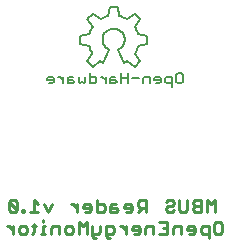
<source format=gbo>
G75*
%MOIN*%
%OFA0B0*%
%FSLAX24Y24*%
%IPPOS*%
%LPD*%
%AMOC8*
5,1,8,0,0,1.08239X$1,22.5*
%
%ADD10C,0.0100*%
%ADD11C,0.0060*%
D10*
X001530Y006430D02*
X001530Y006697D01*
X001530Y006563D02*
X001396Y006697D01*
X001329Y006697D01*
X001466Y007142D02*
X001600Y007142D01*
X001666Y007209D01*
X001399Y007476D01*
X001399Y007209D01*
X001466Y007142D01*
X001666Y007209D02*
X001666Y007476D01*
X001600Y007543D01*
X001466Y007543D01*
X001399Y007476D01*
X001830Y007209D02*
X001830Y007142D01*
X001897Y007142D01*
X001897Y007209D01*
X001830Y007209D01*
X001790Y006697D02*
X001923Y006697D01*
X001990Y006630D01*
X001990Y006496D01*
X001923Y006430D01*
X001790Y006430D01*
X001723Y006496D01*
X001723Y006630D01*
X001790Y006697D01*
X002090Y007142D02*
X002357Y007142D01*
X002537Y006897D02*
X002537Y006830D01*
X002537Y006697D02*
X002537Y006430D01*
X002604Y006430D02*
X002470Y006430D01*
X002537Y006697D02*
X002604Y006697D01*
X002797Y006630D02*
X002797Y006430D01*
X002797Y006630D02*
X002864Y006697D01*
X003064Y006697D01*
X003064Y006430D01*
X003258Y006496D02*
X003258Y006630D01*
X003324Y006697D01*
X003458Y006697D01*
X003525Y006630D01*
X003525Y006496D01*
X003458Y006430D01*
X003324Y006430D01*
X003258Y006496D01*
X003718Y006430D02*
X003718Y006830D01*
X003852Y006697D01*
X003985Y006830D01*
X003985Y006430D01*
X004179Y006430D02*
X004379Y006430D01*
X004445Y006496D01*
X004445Y006697D01*
X004639Y006697D02*
X004639Y006363D01*
X004706Y006296D01*
X004772Y006296D01*
X004839Y006430D02*
X004639Y006430D01*
X004839Y006430D02*
X004906Y006496D01*
X004906Y006630D01*
X004839Y006697D01*
X004639Y006697D01*
X004515Y007142D02*
X004582Y007209D01*
X004582Y007342D01*
X004515Y007409D01*
X004315Y007409D01*
X004315Y007543D02*
X004315Y007142D01*
X004515Y007142D01*
X004776Y007142D02*
X004976Y007142D01*
X005043Y007209D01*
X004976Y007276D01*
X004776Y007276D01*
X004776Y007342D02*
X004776Y007142D01*
X004776Y007342D02*
X004842Y007409D01*
X004976Y007409D01*
X005236Y007342D02*
X005236Y007276D01*
X005503Y007276D01*
X005503Y007342D02*
X005436Y007409D01*
X005303Y007409D01*
X005236Y007342D01*
X005303Y007142D02*
X005436Y007142D01*
X005503Y007209D01*
X005503Y007342D01*
X005696Y007342D02*
X005763Y007276D01*
X005963Y007276D01*
X005830Y007276D02*
X005696Y007142D01*
X005696Y007342D02*
X005696Y007476D01*
X005763Y007543D01*
X005963Y007543D01*
X005963Y007142D01*
X006010Y006697D02*
X005943Y006630D01*
X005943Y006430D01*
X005750Y006496D02*
X005750Y006630D01*
X005683Y006697D01*
X005550Y006697D01*
X005483Y006630D01*
X005483Y006563D01*
X005750Y006563D01*
X005750Y006496D02*
X005683Y006430D01*
X005550Y006430D01*
X005289Y006430D02*
X005289Y006697D01*
X005156Y006697D02*
X005289Y006563D01*
X005156Y006697D02*
X005089Y006697D01*
X004312Y006296D02*
X004245Y006296D01*
X004179Y006363D01*
X004179Y006697D01*
X004055Y007142D02*
X004122Y007209D01*
X004122Y007342D01*
X004055Y007409D01*
X003922Y007409D01*
X003855Y007342D01*
X003855Y007276D01*
X004122Y007276D01*
X004055Y007142D02*
X003922Y007142D01*
X003661Y007142D02*
X003661Y007409D01*
X003661Y007276D02*
X003528Y007409D01*
X003461Y007409D01*
X002817Y007409D02*
X002684Y007142D01*
X002550Y007409D01*
X002357Y007409D02*
X002223Y007543D01*
X002223Y007142D01*
X002230Y006763D02*
X002230Y006496D01*
X002163Y006430D01*
X002163Y006697D02*
X002297Y006697D01*
X006010Y006697D02*
X006210Y006697D01*
X006210Y006430D01*
X006404Y006430D02*
X006671Y006430D01*
X006671Y006830D01*
X006404Y006830D01*
X006537Y006630D02*
X006671Y006630D01*
X006864Y006630D02*
X006864Y006430D01*
X006864Y006630D02*
X006931Y006697D01*
X007131Y006697D01*
X007131Y006430D01*
X007325Y006563D02*
X007591Y006563D01*
X007591Y006496D02*
X007591Y006630D01*
X007525Y006697D01*
X007391Y006697D01*
X007325Y006630D01*
X007325Y006563D01*
X007391Y006430D02*
X007525Y006430D01*
X007591Y006496D01*
X007785Y006496D02*
X007852Y006430D01*
X008052Y006430D01*
X008052Y006296D02*
X008052Y006697D01*
X007852Y006697D01*
X007785Y006630D01*
X007785Y006496D01*
X007805Y007142D02*
X007605Y007142D01*
X007538Y007209D01*
X007538Y007276D01*
X007605Y007342D01*
X007805Y007342D01*
X007805Y007142D02*
X007805Y007543D01*
X007605Y007543D01*
X007538Y007476D01*
X007538Y007409D01*
X007605Y007342D01*
X007344Y007209D02*
X007278Y007142D01*
X007144Y007142D01*
X007078Y007209D01*
X007078Y007543D01*
X006884Y007476D02*
X006884Y007409D01*
X006817Y007342D01*
X006684Y007342D01*
X006617Y007276D01*
X006617Y007209D01*
X006684Y007142D01*
X006817Y007142D01*
X006884Y007209D01*
X006884Y007476D02*
X006817Y007543D01*
X006684Y007543D01*
X006617Y007476D01*
X007344Y007543D02*
X007344Y007209D01*
X007998Y007142D02*
X007998Y007543D01*
X008132Y007409D01*
X008265Y007543D01*
X008265Y007142D01*
X008312Y006830D02*
X008245Y006763D01*
X008245Y006496D01*
X008312Y006430D01*
X008445Y006430D01*
X008512Y006496D01*
X008512Y006763D01*
X008445Y006830D01*
X008312Y006830D01*
D11*
X006828Y011323D02*
X006828Y011664D01*
X006658Y011664D01*
X006601Y011607D01*
X006601Y011494D01*
X006658Y011437D01*
X006828Y011437D01*
X006969Y011494D02*
X006969Y011720D01*
X007026Y011777D01*
X007140Y011777D01*
X007196Y011720D01*
X007196Y011494D01*
X007140Y011437D01*
X007026Y011437D01*
X006969Y011494D01*
X006460Y011494D02*
X006460Y011607D01*
X006403Y011664D01*
X006290Y011664D01*
X006233Y011607D01*
X006233Y011550D01*
X006460Y011550D01*
X006460Y011494D02*
X006403Y011437D01*
X006290Y011437D01*
X006091Y011437D02*
X006091Y011664D01*
X005921Y011664D01*
X005864Y011607D01*
X005864Y011437D01*
X005723Y011607D02*
X005496Y011607D01*
X005355Y011607D02*
X005128Y011607D01*
X005128Y011777D02*
X005128Y011437D01*
X004986Y011494D02*
X004930Y011550D01*
X004760Y011550D01*
X004760Y011607D02*
X004760Y011437D01*
X004930Y011437D01*
X004986Y011494D01*
X004930Y011664D02*
X004816Y011664D01*
X004760Y011607D01*
X004618Y011664D02*
X004618Y011437D01*
X004618Y011550D02*
X004505Y011664D01*
X004448Y011664D01*
X004311Y011607D02*
X004254Y011664D01*
X004084Y011664D01*
X004084Y011777D02*
X004084Y011437D01*
X004254Y011437D01*
X004311Y011494D01*
X004311Y011607D01*
X003943Y011664D02*
X003943Y011494D01*
X003886Y011437D01*
X003829Y011494D01*
X003773Y011437D01*
X003716Y011494D01*
X003716Y011664D01*
X003575Y011494D02*
X003518Y011550D01*
X003348Y011550D01*
X003348Y011607D02*
X003348Y011437D01*
X003518Y011437D01*
X003575Y011494D01*
X003518Y011664D02*
X003404Y011664D01*
X003348Y011607D01*
X003206Y011664D02*
X003206Y011437D01*
X003206Y011550D02*
X003093Y011664D01*
X003036Y011664D01*
X002899Y011607D02*
X002843Y011664D01*
X002729Y011664D01*
X002672Y011607D01*
X002672Y011550D01*
X002899Y011550D01*
X002899Y011494D02*
X002899Y011607D01*
X002899Y011494D02*
X002843Y011437D01*
X002729Y011437D01*
X003772Y012750D02*
X004072Y012700D01*
X004172Y012430D02*
X004002Y012190D01*
X004192Y012000D01*
X004432Y012170D01*
X004532Y012110D01*
X004722Y012560D01*
X004172Y012430D02*
X004149Y012471D01*
X004128Y012514D01*
X004110Y012559D01*
X004095Y012604D01*
X004082Y012650D01*
X004072Y012697D01*
X004072Y013070D02*
X003772Y013010D01*
X003772Y012750D01*
X004182Y013320D02*
X004002Y013580D01*
X004192Y013760D01*
X004452Y013580D01*
X004702Y013680D02*
X004752Y014000D01*
X005022Y014000D01*
X005072Y013680D01*
X005322Y013580D02*
X005582Y013760D01*
X005772Y013580D01*
X005592Y013320D01*
X005702Y013070D02*
X006002Y013010D01*
X006002Y012750D01*
X005702Y012700D01*
X005602Y012430D02*
X005762Y012190D01*
X005582Y012000D01*
X005342Y012170D01*
X005242Y012110D01*
X005042Y012560D01*
X005598Y012433D02*
X005626Y012483D01*
X005650Y012535D01*
X005671Y012588D01*
X005688Y012643D01*
X005701Y012699D01*
X005355Y011777D02*
X005355Y011437D01*
X004448Y013582D02*
X004495Y013609D01*
X004544Y013632D01*
X004594Y013652D01*
X004645Y013669D01*
X004697Y013683D01*
X004722Y012570D02*
X004689Y012588D01*
X004659Y012609D01*
X004630Y012633D01*
X004604Y012660D01*
X004582Y012689D01*
X004562Y012721D01*
X004545Y012754D01*
X004532Y012789D01*
X004523Y012825D01*
X004517Y012862D01*
X004515Y012899D01*
X004517Y012936D01*
X004522Y012973D01*
X004532Y013009D01*
X004544Y013044D01*
X004561Y013078D01*
X004580Y013109D01*
X004603Y013139D01*
X004629Y013166D01*
X004657Y013190D01*
X004688Y013211D01*
X004720Y013229D01*
X004754Y013244D01*
X004790Y013255D01*
X004826Y013263D01*
X004863Y013267D01*
X004901Y013267D01*
X004938Y013263D01*
X004974Y013255D01*
X005010Y013244D01*
X005044Y013229D01*
X005076Y013211D01*
X005107Y013190D01*
X005135Y013166D01*
X005161Y013139D01*
X005184Y013109D01*
X005203Y013078D01*
X005220Y013044D01*
X005232Y013009D01*
X005242Y012973D01*
X005247Y012936D01*
X005249Y012899D01*
X005247Y012862D01*
X005241Y012825D01*
X005232Y012789D01*
X005219Y012754D01*
X005202Y012721D01*
X005182Y012689D01*
X005160Y012660D01*
X005134Y012633D01*
X005105Y012609D01*
X005075Y012588D01*
X005042Y012570D01*
X005319Y013584D02*
X005274Y013609D01*
X005227Y013632D01*
X005179Y013651D01*
X005130Y013668D01*
X005080Y013681D01*
X005591Y013315D02*
X005618Y013268D01*
X005642Y013221D01*
X005663Y013172D01*
X005681Y013121D01*
X005695Y013070D01*
X004183Y013319D02*
X004154Y013272D01*
X004129Y013224D01*
X004107Y013174D01*
X004088Y013123D01*
X004073Y013071D01*
M02*

</source>
